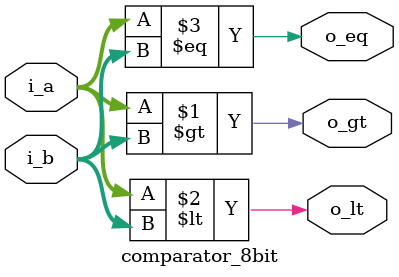
<source format=v>
/* ............................................. */
// 4 bit comparator .
// comparing 2 binary number 
// DATA_WIDTH = 8
//  ------------------------------------------------------

module comparator_8bit (	o_gt,
							o_lt,
							o_eq,
							i_a,
							i_b );
					
	parameter				DATA_WIDTH= 8 ;
	
	output					o_gt ;
	output					o_lt ;
	output					o_eq ;
	
	input [DATA_WIDTH-1:0]  i_a ;
	input [DATA_WIDTH-1:0]  i_b ;
	
	assign o_gt = i_a > i_b ;
	assign o_lt = i_a < i_b ;
	assign o_eq = i_a == i_b ;

endmodule

</source>
